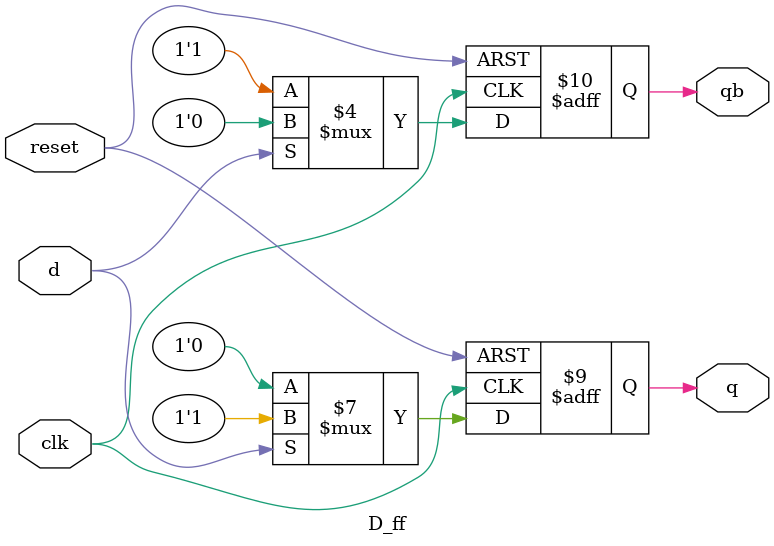
<source format=v>
module D_ff(q, qb, d, clk, reset);

    input d, clk, reset;
    output q, qb;
    reg q, qb;
    
    always @ (posedge clk, posedge reset)
        begin
            if (reset)
            begin
                q <= 1'b0; qb <= 1'b1;
            end
            else if (d == 1'b0)
            begin
                q <= 1'b0; qb <= 1'b1;
            end
            else
            begin
                q <= 1'b1; qb <= 1'b0;
            end
        end

endmodule


</source>
